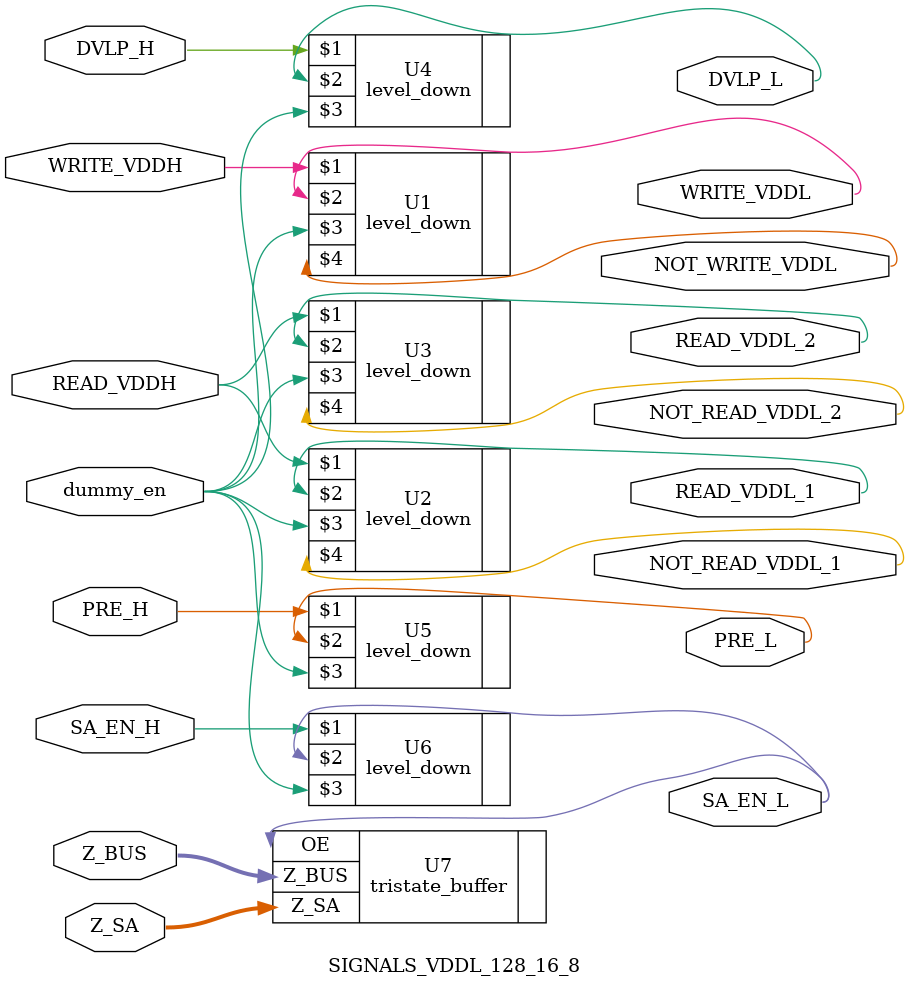
<source format=v>


`include "/ibe/users/da220/Cadence/WORK_TSMC180FORTE/DIGITAL/rtl/level_down/level_down.v"
`include "/ibe/users/da220/Cadence/WORK_TSMC180FORTE/DIGITAL/rtl/tristate_buffer/tristate_buffer.v"

// NAME MODIFIED //
module SIGNALS_VDDL_128_16_8(
// END MODIFY NAME //
WRITE_VDDH,
READ_VDDH,
DVLP_H,
PRE_H,
SA_EN_H,
dummy_en,
WRITE_VDDL,
NOT_WRITE_VDDL,
READ_VDDL_1,
NOT_READ_VDDL_1,
READ_VDDL_2,
NOT_READ_VDDL_2,
DVLP_L,
PRE_L,
Z_SA,
//Z_WR,
Z_BUS,
SA_EN_L,
);

// SKILL MODIFICATIONS //
parameter B_SIZE = 8;
// END OF SKILL MODIFICATION //

// Inputs
input	WRITE_VDDH;
input	READ_VDDH;
input	DVLP_H;
input	PRE_H;
input	SA_EN_H;
input	dummy_en;

// Input Ouput
inout	[B_SIZE-1:0] Z_SA;
//inout	[B_SIZE-1:0] Z_WR;
inout	[B_SIZE-1:0] Z_BUS;

// Outputs
output	WRITE_VDDL;
output	NOT_WRITE_VDDL;
output	READ_VDDL_1;
output	NOT_READ_VDDL_1;
output	READ_VDDL_2;
output	NOT_READ_VDDL_2;
output 	DVLP_L;
output	PRE_L;
output	SA_EN_L;

// Wires
wire	WRITE_VDDH;
wire	READ_VDDH;
wire	DVLP_H;
wire	PRE_H;
wire	SA_EN_H;
wire	dummy_en;
wire	WRITE_VDDL;
wire	NOT_WRITE_VDDL;
wire	READ_VDDL_1;
wire	NOT_READ_VDDL_1;
wire	READ_VDDL_2;
wire	NOT_READ_VDDL_2;
wire 	DVLP_L;
wire	PRE_L;
wire	SA_EN_L;
wire	[B_SIZE-1:0] Z_BUS;
wire	[B_SIZE-1:0] Z_SA;
//wire	[B_SIZE-1:0] Z_WR;



level_down U1(WRITE_VDDH, WRITE_VDDL, dummy_en, NOT_WRITE_VDDL);
level_down U2(READ_VDDH, READ_VDDL_1, dummy_en, NOT_READ_VDDL_1);
level_down U3(READ_VDDH, READ_VDDL_2, dummy_en, NOT_READ_VDDL_2);
level_down U4(DVLP_H, DVLP_L, dummy_en,);
level_down U5(PRE_H, PRE_L, dummy_en,);
level_down U6(SA_EN_H, SA_EN_L, dummy_en,);
tristate_buffer #(B_SIZE) U7(
.Z_SA	(Z_SA),
//.Z_WR	(Z_WR),
.Z_BUS	(Z_BUS),
.OE		(SA_EN_L)
);

endmodule
</source>
